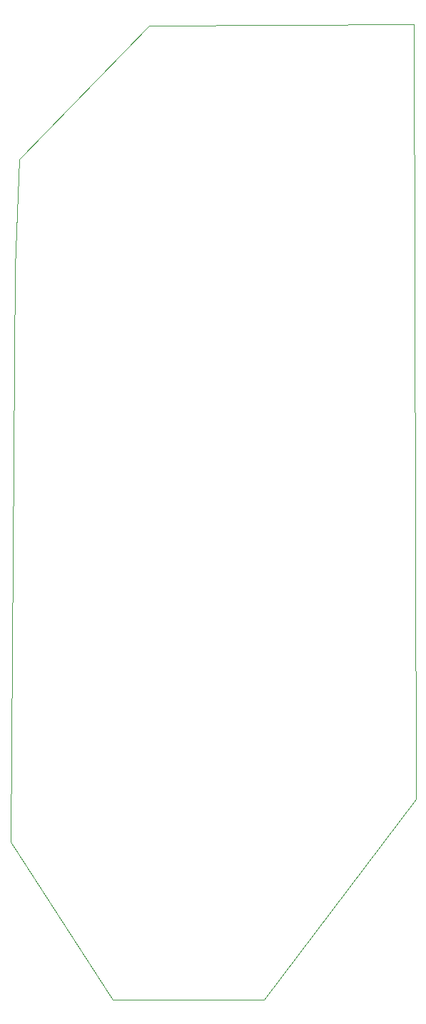
<source format=gbr>
%TF.GenerationSoftware,KiCad,Pcbnew,(6.0.9)*%
%TF.CreationDate,2023-01-06T08:37:15-09:00*%
%TF.ProjectId,APU PANEL,41505520-5041-44e4-954c-2e6b69636164,rev?*%
%TF.SameCoordinates,Original*%
%TF.FileFunction,Profile,NP*%
%FSLAX46Y46*%
G04 Gerber Fmt 4.6, Leading zero omitted, Abs format (unit mm)*
G04 Created by KiCad (PCBNEW (6.0.9)) date 2023-01-06 08:37:15*
%MOMM*%
%LPD*%
G01*
G04 APERTURE LIST*
%TA.AperFunction,Profile*%
%ADD10C,0.050000*%
%TD*%
G04 APERTURE END LIST*
D10*
X69138800Y-70815200D02*
X68630800Y-83616800D01*
X116230400Y-146710400D02*
X115976400Y-54813200D01*
X68630800Y-83616800D02*
X68122800Y-151790400D01*
X98247200Y-170434000D02*
X116230400Y-146710400D01*
X68122800Y-151790400D02*
X80264000Y-170434000D01*
X115976400Y-54813200D02*
X84582000Y-54965600D01*
X84582000Y-54965600D02*
X69138800Y-70815200D01*
X80264000Y-170434000D02*
X98247200Y-170434000D01*
M02*

</source>
